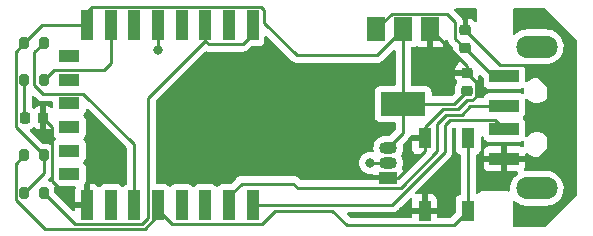
<source format=gtl>
G04 #@! TF.GenerationSoftware,KiCad,Pcbnew,6.0.1-79c1e3a40b~116~ubuntu20.04.1*
G04 #@! TF.CreationDate,2022-01-20T10:05:24+01:00*
G04 #@! TF.ProjectId,usb,7573622e-6b69-4636-9164-5f7063625858,rev?*
G04 #@! TF.SameCoordinates,Original*
G04 #@! TF.FileFunction,Copper,L1,Top*
G04 #@! TF.FilePolarity,Positive*
%FSLAX46Y46*%
G04 Gerber Fmt 4.6, Leading zero omitted, Abs format (unit mm)*
G04 Created by KiCad (PCBNEW 6.0.1-79c1e3a40b~116~ubuntu20.04.1) date 2022-01-20 10:05:24*
%MOMM*%
%LPD*%
G01*
G04 APERTURE LIST*
G04 Aperture macros list*
%AMRoundRect*
0 Rectangle with rounded corners*
0 $1 Rounding radius*
0 $2 $3 $4 $5 $6 $7 $8 $9 X,Y pos of 4 corners*
0 Add a 4 corners polygon primitive as box body*
4,1,4,$2,$3,$4,$5,$6,$7,$8,$9,$2,$3,0*
0 Add four circle primitives for the rounded corners*
1,1,$1+$1,$2,$3*
1,1,$1+$1,$4,$5*
1,1,$1+$1,$6,$7*
1,1,$1+$1,$8,$9*
0 Add four rect primitives between the rounded corners*
20,1,$1+$1,$2,$3,$4,$5,0*
20,1,$1+$1,$4,$5,$6,$7,0*
20,1,$1+$1,$6,$7,$8,$9,0*
20,1,$1+$1,$8,$9,$2,$3,0*%
G04 Aperture macros list end*
G04 #@! TA.AperFunction,SMDPad,CuDef*
%ADD10R,2.500000X1.100000*%
G04 #@! TD*
G04 #@! TA.AperFunction,ComponentPad*
%ADD11O,3.500000X1.900000*%
G04 #@! TD*
G04 #@! TA.AperFunction,SMDPad,CuDef*
%ADD12R,1.000000X2.500000*%
G04 #@! TD*
G04 #@! TA.AperFunction,SMDPad,CuDef*
%ADD13R,1.800000X1.000000*%
G04 #@! TD*
G04 #@! TA.AperFunction,SMDPad,CuDef*
%ADD14RoundRect,0.200000X0.200000X0.275000X-0.200000X0.275000X-0.200000X-0.275000X0.200000X-0.275000X0*%
G04 #@! TD*
G04 #@! TA.AperFunction,ComponentPad*
%ADD15R,1.500000X1.050000*%
G04 #@! TD*
G04 #@! TA.AperFunction,ComponentPad*
%ADD16O,1.500000X1.050000*%
G04 #@! TD*
G04 #@! TA.AperFunction,SMDPad,CuDef*
%ADD17RoundRect,0.218750X0.218750X0.256250X-0.218750X0.256250X-0.218750X-0.256250X0.218750X-0.256250X0*%
G04 #@! TD*
G04 #@! TA.AperFunction,SMDPad,CuDef*
%ADD18RoundRect,0.225000X0.250000X-0.225000X0.250000X0.225000X-0.250000X0.225000X-0.250000X-0.225000X0*%
G04 #@! TD*
G04 #@! TA.AperFunction,SMDPad,CuDef*
%ADD19R,1.500000X2.000000*%
G04 #@! TD*
G04 #@! TA.AperFunction,SMDPad,CuDef*
%ADD20R,3.800000X2.000000*%
G04 #@! TD*
G04 #@! TA.AperFunction,SMDPad,CuDef*
%ADD21R,1.100000X1.800000*%
G04 #@! TD*
G04 #@! TA.AperFunction,ViaPad*
%ADD22C,0.800000*%
G04 #@! TD*
G04 #@! TA.AperFunction,Conductor*
%ADD23C,0.250000*%
G04 #@! TD*
G04 APERTURE END LIST*
D10*
X141300000Y-75498500D03*
X141300000Y-77998500D03*
X141300000Y-79998500D03*
X141300000Y-82498500D03*
D11*
X144050000Y-84998500D03*
X144050000Y-72998500D03*
D12*
X119980000Y-71200000D03*
X117980000Y-71200000D03*
X115980000Y-71200000D03*
X113980000Y-71200000D03*
X111980000Y-71200000D03*
X109980000Y-71200000D03*
X107980000Y-71200000D03*
X105980000Y-71200000D03*
D13*
X104480000Y-73800000D03*
X104480000Y-75800000D03*
X104480000Y-77800000D03*
X104480000Y-79800000D03*
X104480000Y-81800000D03*
X104480000Y-83800000D03*
D12*
X105980000Y-86400000D03*
X107980000Y-86400000D03*
X109980000Y-86400000D03*
X111980000Y-86400000D03*
X113980000Y-86400000D03*
X115980000Y-86400000D03*
X117980000Y-86400000D03*
X119980000Y-86400000D03*
D14*
X102295000Y-85344000D03*
X100645000Y-85344000D03*
D15*
X131470000Y-84110000D03*
D16*
X131470000Y-82840000D03*
X131470000Y-81570000D03*
D17*
X102257500Y-79017000D03*
X100682500Y-79017000D03*
D18*
X137950000Y-73135000D03*
X137950000Y-71585000D03*
D14*
X102295000Y-75833500D03*
X100645000Y-75833500D03*
D19*
X135030000Y-71540000D03*
D20*
X132730000Y-77840000D03*
D19*
X132730000Y-71540000D03*
X130430000Y-71540000D03*
D14*
X102295000Y-72690000D03*
X100645000Y-72690000D03*
D18*
X138120000Y-76775000D03*
X138120000Y-75225000D03*
D21*
X138250000Y-86910000D03*
X138250000Y-80710000D03*
X134550000Y-80710000D03*
X134550000Y-86910000D03*
D14*
X102295000Y-82200500D03*
X100645000Y-82200500D03*
D22*
X140360000Y-84240000D03*
X106620000Y-84010000D03*
X134950000Y-75220000D03*
X132700000Y-86910000D03*
X129900000Y-82840000D03*
X111980000Y-73300000D03*
D23*
X131754511Y-70215489D02*
X130430000Y-71540000D01*
X141920000Y-75440000D02*
X140255000Y-75440000D01*
X137150480Y-72335480D02*
X137150480Y-70910480D01*
X137950000Y-73135000D02*
X140313500Y-75498500D01*
X136455489Y-70215489D02*
X131754511Y-70215489D01*
X137150480Y-70910480D02*
X136455489Y-70215489D01*
X140313500Y-75498500D02*
X141300000Y-75498500D01*
X140255000Y-75440000D02*
X141300000Y-75440000D01*
X137950000Y-73135000D02*
X137150480Y-72335480D01*
X134550000Y-79826000D02*
X134550000Y-80710000D01*
X105980000Y-84650000D02*
X106620000Y-84010000D01*
X137402382Y-78289520D02*
X136086480Y-78289520D01*
X103019520Y-79779020D02*
X103019520Y-84388542D01*
X138919520Y-77227618D02*
X138597618Y-77549520D01*
X140938020Y-74573020D02*
X143231991Y-74573020D01*
X136086480Y-78289520D02*
X134550000Y-79826000D01*
X144974521Y-76315550D02*
X144974521Y-81685479D01*
X138120000Y-75225000D02*
X134955000Y-75225000D01*
X134550000Y-81860000D02*
X132300000Y-84110000D01*
X144974521Y-81685479D02*
X144190000Y-82470000D01*
X134955000Y-75225000D02*
X134950000Y-75220000D01*
X102257500Y-79017000D02*
X103019520Y-79779020D01*
X138120000Y-75225000D02*
X138919520Y-76024520D01*
X144190000Y-82470000D02*
X143910000Y-82470000D01*
X143881500Y-82498500D02*
X141300000Y-82498500D01*
X134550000Y-86910000D02*
X132700000Y-86910000D01*
X137950000Y-71585000D02*
X140938020Y-74573020D01*
X135030000Y-71540000D02*
X138120000Y-74630000D01*
X138120000Y-74630000D02*
X138120000Y-75225000D01*
X143910000Y-82470000D02*
X143881500Y-82498500D01*
X138597618Y-77549520D02*
X138142382Y-77549520D01*
X105980000Y-86400000D02*
X105980000Y-84650000D01*
X134550000Y-80710000D02*
X134550000Y-81860000D01*
X103019520Y-84388542D02*
X105030978Y-86400000D01*
X138142382Y-77549520D02*
X137402382Y-78289520D01*
X132300000Y-84110000D02*
X131470000Y-84110000D01*
X143231991Y-74573020D02*
X144974521Y-76315550D01*
X138919520Y-76024520D02*
X138919520Y-77227618D01*
X105030978Y-86400000D02*
X105980000Y-86400000D01*
X137055000Y-77840000D02*
X132730000Y-77840000D01*
X102135000Y-71200000D02*
X105980000Y-71200000D01*
X105980000Y-70042000D02*
X106396511Y-69625489D01*
X100645000Y-72690000D02*
X99920480Y-73414520D01*
X105980000Y-71200000D02*
X105980000Y-70042000D01*
X99920480Y-79825980D02*
X102295000Y-82200500D01*
X102295000Y-83694000D02*
X100645000Y-85344000D01*
X106396511Y-69625489D02*
X120705489Y-69625489D01*
X120705489Y-69625489D02*
X120970000Y-69890000D01*
X132730000Y-77840000D02*
X132730000Y-71540000D01*
X120970000Y-70960000D02*
X123733859Y-73723859D01*
X138120000Y-76775000D02*
X137055000Y-77840000D01*
X132730000Y-77840000D02*
X132730000Y-80310000D01*
X102295000Y-82200500D02*
X102295000Y-83694000D01*
X132730000Y-80310000D02*
X131470000Y-81570000D01*
X123733859Y-73723859D02*
X130546141Y-73723859D01*
X100645000Y-72690000D02*
X102135000Y-71200000D01*
X120970000Y-69890000D02*
X120970000Y-70960000D01*
X130546141Y-73723859D02*
X132730000Y-71540000D01*
X99920480Y-73414520D02*
X99920480Y-79825980D01*
X100645000Y-75833500D02*
X100645000Y-78979500D01*
X100645000Y-78979500D02*
X100682500Y-79017000D01*
X135636000Y-81868022D02*
X135636000Y-79502000D01*
X136398000Y-78740000D02*
X137689040Y-78740000D01*
X138430000Y-77999040D02*
X141299460Y-77999040D01*
X117980000Y-86400000D02*
X117980000Y-85650000D01*
X123819511Y-84959511D02*
X132544511Y-84959511D01*
X132544511Y-84959511D02*
X135636000Y-81868022D01*
X137689040Y-78740000D02*
X138430000Y-77999040D01*
X117980000Y-85650000D02*
X119048000Y-84582000D01*
X123442000Y-84582000D02*
X123819511Y-84959511D01*
X135636000Y-79502000D02*
X136398000Y-78740000D01*
X119048000Y-84582000D02*
X123442000Y-84582000D01*
X141299460Y-77999040D02*
X141300000Y-77998500D01*
X136251489Y-79648511D02*
X136710480Y-79189520D01*
X119980000Y-86400000D02*
X131786000Y-86400000D01*
X136710480Y-79189520D02*
X140491020Y-79189520D01*
X140491020Y-79189520D02*
X141300000Y-79998500D01*
X131786000Y-86400000D02*
X136251489Y-81934511D01*
X136251489Y-81934511D02*
X136251489Y-79648511D01*
X111155489Y-77312511D02*
X115980000Y-72488000D01*
X115980000Y-72488000D02*
X115980000Y-71200000D01*
X110653489Y-87974511D02*
X111155489Y-87472511D01*
X119980000Y-71950000D02*
X119155489Y-72774511D01*
X119980000Y-71200000D02*
X119980000Y-71950000D01*
X111155489Y-87472511D02*
X111155489Y-77312511D01*
X102295000Y-85344000D02*
X104925511Y-87974511D01*
X104925511Y-87974511D02*
X110653489Y-87974511D01*
X116266511Y-72774511D02*
X115980000Y-72488000D01*
X119155489Y-72774511D02*
X116266511Y-72774511D01*
X99920480Y-85950480D02*
X102394031Y-88424031D01*
X111980000Y-86834000D02*
X111980000Y-86400000D01*
X111980000Y-87283718D02*
X111980000Y-86400000D01*
X138250000Y-86910000D02*
X137025489Y-88134511D01*
X120804511Y-87974511D02*
X113120511Y-87974511D01*
X137025489Y-88134511D02*
X128012511Y-88134511D01*
X126746000Y-86868000D02*
X121911022Y-86868000D01*
X100645000Y-82200500D02*
X99920480Y-82925020D01*
X128012511Y-88134511D02*
X126746000Y-86868000D01*
X138250000Y-86910000D02*
X138250000Y-80710000D01*
X121911022Y-86868000D02*
X120804511Y-87974511D01*
X99920480Y-82925020D02*
X99920480Y-85950480D01*
X110839687Y-88424031D02*
X111980000Y-87283718D01*
X102394031Y-88424031D02*
X110839687Y-88424031D01*
X113120511Y-87974511D02*
X111980000Y-86834000D01*
X107442000Y-74930000D02*
X107980000Y-74392000D01*
X103198500Y-74930000D02*
X107442000Y-74930000D01*
X107980000Y-74392000D02*
X107980000Y-71200000D01*
X102295000Y-75833500D02*
X103198500Y-74930000D01*
X131470000Y-82840000D02*
X129900000Y-82840000D01*
X111980000Y-71200000D02*
X111980000Y-73300000D01*
X109980000Y-81278000D02*
X109980000Y-86400000D01*
X102295000Y-72690000D02*
X101495480Y-73489520D01*
X101495480Y-73489520D02*
X101495480Y-76250763D01*
X101495480Y-76250763D02*
X102206717Y-76962000D01*
X105664000Y-76962000D02*
X109980000Y-81278000D01*
X102206717Y-76962000D02*
X105664000Y-76962000D01*
G04 #@! TA.AperFunction,Conductor*
G36*
X144805511Y-69778002D02*
G01*
X144826485Y-69794905D01*
X147455095Y-72423516D01*
X147489121Y-72485828D01*
X147492000Y-72512611D01*
X147492000Y-85487389D01*
X147471998Y-85555510D01*
X147455095Y-85576484D01*
X144826485Y-88205095D01*
X144764173Y-88239121D01*
X144737390Y-88242000D01*
X142134000Y-88242000D01*
X142065879Y-88221998D01*
X142019386Y-88168342D01*
X142008000Y-88116000D01*
X142008000Y-86123797D01*
X142028002Y-86055676D01*
X142081658Y-86009183D01*
X142151932Y-85999079D01*
X142221050Y-86032703D01*
X142328990Y-86135852D01*
X142333262Y-86138766D01*
X142333263Y-86138767D01*
X142467298Y-86230200D01*
X142527117Y-86271005D01*
X142744656Y-86371984D01*
X142975768Y-86436076D01*
X143079479Y-86447160D01*
X143168222Y-86456644D01*
X143168230Y-86456644D01*
X143171557Y-86457000D01*
X144910803Y-86457000D01*
X144913376Y-86456788D01*
X144913387Y-86456788D01*
X145083876Y-86442771D01*
X145083882Y-86442770D01*
X145089027Y-86442347D01*
X145205332Y-86413133D01*
X145316625Y-86385179D01*
X145316629Y-86385178D01*
X145321636Y-86383920D01*
X145326366Y-86381864D01*
X145326373Y-86381861D01*
X145536841Y-86290347D01*
X145536844Y-86290345D01*
X145541578Y-86288287D01*
X145545912Y-86285483D01*
X145545916Y-86285481D01*
X145738604Y-86160825D01*
X145738607Y-86160823D01*
X145742947Y-86158015D01*
X145752334Y-86149474D01*
X145916513Y-86000082D01*
X145916514Y-86000080D01*
X145920335Y-85996604D01*
X145923534Y-85992553D01*
X145923538Y-85992549D01*
X146065774Y-85812446D01*
X146068979Y-85808388D01*
X146184887Y-85598422D01*
X146246424Y-85424648D01*
X146263219Y-85377220D01*
X146263220Y-85377216D01*
X146264945Y-85372345D01*
X146266095Y-85365888D01*
X146306098Y-85141316D01*
X146306099Y-85141310D01*
X146307004Y-85136227D01*
X146309333Y-84945592D01*
X146309871Y-84901581D01*
X146309871Y-84901579D01*
X146309934Y-84896411D01*
X146273657Y-84659337D01*
X146199146Y-84431371D01*
X146088403Y-84218636D01*
X146067961Y-84191409D01*
X145947507Y-84030980D01*
X145947505Y-84030977D01*
X145944402Y-84026845D01*
X145783936Y-83873500D01*
X145774747Y-83864719D01*
X145774746Y-83864718D01*
X145771010Y-83861148D01*
X145763464Y-83856000D01*
X145577162Y-83728914D01*
X145577163Y-83728914D01*
X145572883Y-83725995D01*
X145368490Y-83631118D01*
X145360030Y-83627191D01*
X145360028Y-83627190D01*
X145355344Y-83625016D01*
X145124232Y-83560924D01*
X145019254Y-83549705D01*
X144931778Y-83540356D01*
X144931770Y-83540356D01*
X144928443Y-83540000D01*
X143189197Y-83540000D01*
X143186624Y-83540212D01*
X143186613Y-83540212D01*
X143071149Y-83549705D01*
X143001618Y-83535352D01*
X142950885Y-83485686D01*
X142935058Y-83416476D01*
X142959999Y-83348563D01*
X142994788Y-83302144D01*
X143003324Y-83286554D01*
X143048478Y-83166106D01*
X143052105Y-83150851D01*
X143057631Y-83099986D01*
X143058000Y-83093172D01*
X143058000Y-82770615D01*
X143053525Y-82755376D01*
X143052135Y-82754171D01*
X143044452Y-82752500D01*
X141572115Y-82752500D01*
X141556876Y-82756975D01*
X141555671Y-82758365D01*
X141554000Y-82766048D01*
X141554000Y-83538384D01*
X141558475Y-83553623D01*
X141559865Y-83554828D01*
X141567548Y-83556499D01*
X142366974Y-83556499D01*
X142435095Y-83576501D01*
X142481588Y-83630157D01*
X142491692Y-83700431D01*
X142462198Y-83765011D01*
X142435415Y-83788290D01*
X142417095Y-83800142D01*
X142361396Y-83836175D01*
X142361393Y-83836177D01*
X142357053Y-83838985D01*
X142353230Y-83842464D01*
X142353227Y-83842466D01*
X142184516Y-83995982D01*
X142179665Y-84000396D01*
X142176466Y-84004447D01*
X142176462Y-84004451D01*
X142074553Y-84133491D01*
X142031021Y-84188612D01*
X141915113Y-84398578D01*
X141901759Y-84436289D01*
X141842159Y-84604595D01*
X141835055Y-84624655D01*
X141834148Y-84629748D01*
X141834147Y-84629751D01*
X141796197Y-84842803D01*
X141792996Y-84860773D01*
X141790066Y-85100589D01*
X141790849Y-85105703D01*
X141792330Y-85115384D01*
X141782862Y-85185746D01*
X141736857Y-85239820D01*
X141668920Y-85260438D01*
X141648398Y-85258943D01*
X141620873Y-85254658D01*
X141604151Y-85250874D01*
X141584464Y-85244986D01*
X141584461Y-85244985D01*
X141575859Y-85242413D01*
X141566884Y-85242358D01*
X141566883Y-85242358D01*
X141560190Y-85242317D01*
X141541444Y-85242203D01*
X141540672Y-85242170D01*
X141539577Y-85242000D01*
X141508702Y-85242000D01*
X141507932Y-85241998D01*
X141434284Y-85241548D01*
X141434283Y-85241548D01*
X141430348Y-85241524D01*
X141429004Y-85241908D01*
X141427659Y-85242000D01*
X139508702Y-85242000D01*
X139507932Y-85241998D01*
X139507078Y-85241993D01*
X139430348Y-85241524D01*
X139421719Y-85243990D01*
X139421714Y-85243991D01*
X139401952Y-85249639D01*
X139385191Y-85253217D01*
X139364848Y-85256130D01*
X139364838Y-85256133D01*
X139355955Y-85257405D01*
X139332605Y-85268021D01*
X139315093Y-85274464D01*
X139302200Y-85278149D01*
X139290435Y-85281512D01*
X139265452Y-85297274D01*
X139250386Y-85305404D01*
X139223490Y-85317633D01*
X139204061Y-85334374D01*
X139189053Y-85345479D01*
X139167369Y-85359160D01*
X139149781Y-85379075D01*
X139147819Y-85381296D01*
X139135627Y-85393340D01*
X139113253Y-85412619D01*
X139108371Y-85420151D01*
X139104448Y-85424648D01*
X139044594Y-85462831D01*
X138973598Y-85462594D01*
X138914000Y-85424010D01*
X138884723Y-85359331D01*
X138883500Y-85341817D01*
X138883500Y-83093169D01*
X139542001Y-83093169D01*
X139542371Y-83099990D01*
X139547895Y-83150852D01*
X139551521Y-83166104D01*
X139596676Y-83286554D01*
X139605214Y-83302149D01*
X139681715Y-83404224D01*
X139694276Y-83416785D01*
X139796351Y-83493286D01*
X139811946Y-83501824D01*
X139932394Y-83546978D01*
X139947649Y-83550605D01*
X139998514Y-83556131D01*
X140005328Y-83556500D01*
X141027885Y-83556500D01*
X141043124Y-83552025D01*
X141044329Y-83550635D01*
X141046000Y-83542952D01*
X141046000Y-82770615D01*
X141041525Y-82755376D01*
X141040135Y-82754171D01*
X141032452Y-82752500D01*
X139560116Y-82752500D01*
X139544877Y-82756975D01*
X139543672Y-82758365D01*
X139542001Y-82766048D01*
X139542001Y-83093169D01*
X138883500Y-83093169D01*
X138883500Y-82226385D01*
X139542000Y-82226385D01*
X139546475Y-82241624D01*
X139547865Y-82242829D01*
X139555548Y-82244500D01*
X141027885Y-82244500D01*
X141043124Y-82240025D01*
X141044329Y-82238635D01*
X141046000Y-82230952D01*
X141046000Y-81458616D01*
X141041525Y-81443377D01*
X141040135Y-81442172D01*
X141032452Y-81440501D01*
X140005331Y-81440501D01*
X139998510Y-81440871D01*
X139947648Y-81446395D01*
X139932396Y-81450021D01*
X139811946Y-81495176D01*
X139796351Y-81503714D01*
X139694276Y-81580215D01*
X139681715Y-81592776D01*
X139605214Y-81694851D01*
X139596676Y-81710446D01*
X139551522Y-81830894D01*
X139547895Y-81846149D01*
X139542369Y-81897014D01*
X139542000Y-81903828D01*
X139542000Y-82226385D01*
X138883500Y-82226385D01*
X138883500Y-82209126D01*
X138903502Y-82141005D01*
X138957158Y-82094512D01*
X138965270Y-82091144D01*
X139038297Y-82063767D01*
X139046705Y-82060615D01*
X139163261Y-81973261D01*
X139250615Y-81856705D01*
X139301745Y-81720316D01*
X139308500Y-81658134D01*
X139308500Y-80714321D01*
X139328502Y-80646200D01*
X139382158Y-80599707D01*
X139452432Y-80589603D01*
X139517012Y-80619097D01*
X139552482Y-80670092D01*
X139591117Y-80773149D01*
X139599385Y-80795205D01*
X139686739Y-80911761D01*
X139803295Y-80999115D01*
X139939684Y-81050245D01*
X140001866Y-81057000D01*
X142598134Y-81057000D01*
X142660316Y-81050245D01*
X142796705Y-80999115D01*
X142804876Y-80992991D01*
X142806019Y-80992564D01*
X142811760Y-80989421D01*
X142812214Y-80990250D01*
X142871379Y-80968142D01*
X142940762Y-80983193D01*
X142990994Y-81033365D01*
X143005752Y-81106986D01*
X142987677Y-81278963D01*
X142986404Y-81291075D01*
X142993518Y-81369237D01*
X142994922Y-81384666D01*
X142981177Y-81454319D01*
X142931956Y-81505484D01*
X142862887Y-81521915D01*
X142808932Y-81506606D01*
X142788058Y-81495177D01*
X142667606Y-81450022D01*
X142652351Y-81446395D01*
X142601486Y-81440869D01*
X142594672Y-81440500D01*
X141572115Y-81440500D01*
X141556876Y-81444975D01*
X141555671Y-81446365D01*
X141554000Y-81454048D01*
X141554000Y-82226385D01*
X141558475Y-82241624D01*
X141559865Y-82242829D01*
X141567548Y-82244500D01*
X143039884Y-82244500D01*
X143055123Y-82240025D01*
X143056328Y-82238635D01*
X143057999Y-82230952D01*
X143057999Y-82111834D01*
X143078001Y-82043713D01*
X143131657Y-81997220D01*
X143201931Y-81987116D01*
X143266511Y-82016610D01*
X143282197Y-82032884D01*
X143290071Y-82042677D01*
X143294788Y-82046635D01*
X143294790Y-82046637D01*
X143372383Y-82111745D01*
X143449089Y-82176109D01*
X143454481Y-82179073D01*
X143454485Y-82179076D01*
X143622340Y-82271355D01*
X143630995Y-82276113D01*
X143828861Y-82338879D01*
X143834978Y-82339565D01*
X143834982Y-82339566D01*
X143911371Y-82348134D01*
X143990413Y-82357000D01*
X144102237Y-82357000D01*
X144105293Y-82356700D01*
X144105300Y-82356700D01*
X144250466Y-82342466D01*
X144250469Y-82342465D01*
X144256592Y-82341865D01*
X144421501Y-82292077D01*
X144449407Y-82283652D01*
X144449410Y-82283651D01*
X144455315Y-82281868D01*
X144462635Y-82277976D01*
X144633153Y-82187309D01*
X144633155Y-82187308D01*
X144638599Y-82184413D01*
X144748829Y-82094512D01*
X144794689Y-82057110D01*
X144794692Y-82057107D01*
X144799464Y-82053215D01*
X144812156Y-82037874D01*
X144927855Y-81898018D01*
X144931783Y-81893270D01*
X144934714Y-81887850D01*
X145027584Y-81716090D01*
X145027586Y-81716085D01*
X145030514Y-81710670D01*
X145091898Y-81512371D01*
X145092808Y-81503714D01*
X145112952Y-81312054D01*
X145112952Y-81312052D01*
X145113596Y-81305925D01*
X145102344Y-81182285D01*
X145095341Y-81105336D01*
X145095340Y-81105333D01*
X145094782Y-81099197D01*
X145090495Y-81084629D01*
X145037912Y-80905969D01*
X145036173Y-80900060D01*
X144940001Y-80716100D01*
X144934285Y-80708990D01*
X144893943Y-80658816D01*
X144809929Y-80554323D01*
X144800851Y-80546705D01*
X144655629Y-80424850D01*
X144650911Y-80420891D01*
X144645519Y-80417927D01*
X144645515Y-80417924D01*
X144474402Y-80323854D01*
X144469005Y-80320887D01*
X144271139Y-80258121D01*
X144265022Y-80257435D01*
X144265018Y-80257434D01*
X144188402Y-80248841D01*
X144109587Y-80240000D01*
X143997763Y-80240000D01*
X143994707Y-80240300D01*
X143994700Y-80240300D01*
X143849534Y-80254534D01*
X143849531Y-80254535D01*
X143843408Y-80255135D01*
X143711454Y-80294974D01*
X143650593Y-80313348D01*
X143650590Y-80313349D01*
X143644685Y-80315132D01*
X143639240Y-80318027D01*
X143639238Y-80318028D01*
X143466847Y-80409691D01*
X143466845Y-80409692D01*
X143461401Y-80412587D01*
X143417804Y-80448144D01*
X143305311Y-80539890D01*
X143305308Y-80539893D01*
X143300536Y-80543785D01*
X143296608Y-80548533D01*
X143281585Y-80566693D01*
X143222751Y-80606432D01*
X143151773Y-80608054D01*
X143091185Y-80571044D01*
X143060225Y-80507154D01*
X143058500Y-80486378D01*
X143058500Y-79400366D01*
X143051745Y-79338184D01*
X143000615Y-79201795D01*
X142913261Y-79085239D01*
X142912026Y-79084313D01*
X142879792Y-79025283D01*
X142884857Y-78954468D01*
X142911414Y-78913145D01*
X142913261Y-78911761D01*
X143000615Y-78795205D01*
X143051745Y-78658816D01*
X143058500Y-78596634D01*
X143058500Y-77512458D01*
X143078502Y-77444337D01*
X143132158Y-77397844D01*
X143202432Y-77387740D01*
X143267012Y-77417234D01*
X143282695Y-77433504D01*
X143286208Y-77437874D01*
X143286215Y-77437881D01*
X143290071Y-77442677D01*
X143294788Y-77446635D01*
X143294790Y-77446637D01*
X143393154Y-77529174D01*
X143449089Y-77576109D01*
X143454481Y-77579073D01*
X143454485Y-77579076D01*
X143520744Y-77615502D01*
X143630995Y-77676113D01*
X143828861Y-77738879D01*
X143834978Y-77739565D01*
X143834982Y-77739566D01*
X143911598Y-77748159D01*
X143990413Y-77757000D01*
X144102237Y-77757000D01*
X144105293Y-77756700D01*
X144105300Y-77756700D01*
X144250466Y-77742466D01*
X144250469Y-77742465D01*
X144256592Y-77741865D01*
X144388546Y-77702026D01*
X144449407Y-77683652D01*
X144449410Y-77683651D01*
X144455315Y-77681868D01*
X144462635Y-77677976D01*
X144633153Y-77587309D01*
X144633155Y-77587308D01*
X144638599Y-77584413D01*
X144743082Y-77499199D01*
X144794689Y-77457110D01*
X144794692Y-77457107D01*
X144799464Y-77453215D01*
X144806877Y-77444255D01*
X144897272Y-77334986D01*
X144931783Y-77293270D01*
X144934714Y-77287850D01*
X145027584Y-77116090D01*
X145027586Y-77116085D01*
X145030514Y-77110670D01*
X145091898Y-76912371D01*
X145102615Y-76810405D01*
X145112952Y-76712054D01*
X145112952Y-76712052D01*
X145113596Y-76705925D01*
X145099859Y-76554982D01*
X145095341Y-76505336D01*
X145095340Y-76505333D01*
X145094782Y-76499197D01*
X145091684Y-76488669D01*
X145037912Y-76305969D01*
X145036173Y-76300060D01*
X144940001Y-76116100D01*
X144809929Y-75954323D01*
X144797371Y-75943785D01*
X144655629Y-75824850D01*
X144650911Y-75820891D01*
X144645519Y-75817927D01*
X144645515Y-75817924D01*
X144474402Y-75723854D01*
X144469005Y-75720887D01*
X144271139Y-75658121D01*
X144265022Y-75657435D01*
X144265018Y-75657434D01*
X144179232Y-75647812D01*
X144109587Y-75640000D01*
X143997763Y-75640000D01*
X143994707Y-75640300D01*
X143994700Y-75640300D01*
X143849534Y-75654534D01*
X143849531Y-75654535D01*
X143843408Y-75655135D01*
X143729584Y-75689500D01*
X143650593Y-75713348D01*
X143650590Y-75713349D01*
X143644685Y-75715132D01*
X143639240Y-75718027D01*
X143639238Y-75718028D01*
X143466847Y-75809691D01*
X143466845Y-75809692D01*
X143461401Y-75812587D01*
X143401529Y-75861417D01*
X143305311Y-75939890D01*
X143305308Y-75939893D01*
X143300536Y-75943785D01*
X143296608Y-75948533D01*
X143281585Y-75966693D01*
X143222751Y-76006432D01*
X143151773Y-76008054D01*
X143091185Y-75971044D01*
X143060225Y-75907154D01*
X143058500Y-75886378D01*
X143058500Y-74900366D01*
X143051745Y-74838184D01*
X143000615Y-74701795D01*
X142959875Y-74647436D01*
X142935027Y-74580930D01*
X142950080Y-74511547D01*
X143000254Y-74461317D01*
X143074090Y-74446584D01*
X143168222Y-74456644D01*
X143168230Y-74456644D01*
X143171557Y-74457000D01*
X144910803Y-74457000D01*
X144913376Y-74456788D01*
X144913387Y-74456788D01*
X145083876Y-74442771D01*
X145083882Y-74442770D01*
X145089027Y-74442347D01*
X145245866Y-74402952D01*
X145316625Y-74385179D01*
X145316629Y-74385178D01*
X145321636Y-74383920D01*
X145326366Y-74381864D01*
X145326373Y-74381861D01*
X145536841Y-74290347D01*
X145536844Y-74290345D01*
X145541578Y-74288287D01*
X145545912Y-74285483D01*
X145545916Y-74285481D01*
X145738604Y-74160825D01*
X145738607Y-74160823D01*
X145742947Y-74158015D01*
X145751002Y-74150686D01*
X145916513Y-74000082D01*
X145916514Y-74000080D01*
X145920335Y-73996604D01*
X145923534Y-73992553D01*
X145923538Y-73992549D01*
X146065774Y-73812446D01*
X146068979Y-73808388D01*
X146184887Y-73598422D01*
X146251535Y-73410213D01*
X146263219Y-73377220D01*
X146263220Y-73377216D01*
X146264945Y-73372345D01*
X146267050Y-73360529D01*
X146306098Y-73141316D01*
X146306099Y-73141310D01*
X146307004Y-73136227D01*
X146308247Y-73034452D01*
X146309871Y-72901581D01*
X146309871Y-72901579D01*
X146309934Y-72896411D01*
X146273657Y-72659337D01*
X146199146Y-72431371D01*
X146115413Y-72270522D01*
X146090792Y-72223225D01*
X146090791Y-72223224D01*
X146088403Y-72218636D01*
X146082237Y-72210423D01*
X145947507Y-72030980D01*
X145947505Y-72030977D01*
X145944402Y-72026845D01*
X145819157Y-71907158D01*
X145774747Y-71864719D01*
X145774746Y-71864718D01*
X145771010Y-71861148D01*
X145759802Y-71853502D01*
X145577162Y-71728914D01*
X145577163Y-71728914D01*
X145572883Y-71725995D01*
X145355344Y-71625016D01*
X145178809Y-71576059D01*
X145129205Y-71562303D01*
X145129204Y-71562303D01*
X145124232Y-71560924D01*
X145020521Y-71549840D01*
X144931778Y-71540356D01*
X144931770Y-71540356D01*
X144928443Y-71540000D01*
X143189197Y-71540000D01*
X143186624Y-71540212D01*
X143186613Y-71540212D01*
X143016124Y-71554229D01*
X143016118Y-71554230D01*
X143010973Y-71554653D01*
X142894668Y-71583867D01*
X142783375Y-71611821D01*
X142783371Y-71611822D01*
X142778364Y-71613080D01*
X142773634Y-71615136D01*
X142773627Y-71615139D01*
X142563159Y-71706653D01*
X142563156Y-71706655D01*
X142558422Y-71708713D01*
X142554088Y-71711517D01*
X142554084Y-71711519D01*
X142361396Y-71836175D01*
X142361393Y-71836177D01*
X142357053Y-71838985D01*
X142353230Y-71842464D01*
X142353227Y-71842466D01*
X142218800Y-71964786D01*
X142154954Y-71995838D01*
X142084455Y-71987443D01*
X142029687Y-71942267D01*
X142008000Y-71871593D01*
X142008000Y-69884000D01*
X142028002Y-69815879D01*
X142081658Y-69769386D01*
X142134000Y-69758000D01*
X144737390Y-69758000D01*
X144805511Y-69778002D01*
G37*
G04 #@! TD.AperFunction*
G04 #@! TA.AperFunction,Conductor*
G36*
X137133621Y-79843022D02*
G01*
X137180114Y-79896678D01*
X137191500Y-79949020D01*
X137191500Y-81658134D01*
X137198255Y-81720316D01*
X137249385Y-81856705D01*
X137336739Y-81973261D01*
X137453295Y-82060615D01*
X137461703Y-82063767D01*
X137534730Y-82091144D01*
X137591494Y-82133786D01*
X137616194Y-82200348D01*
X137616500Y-82209126D01*
X137616500Y-85410874D01*
X137596498Y-85478995D01*
X137542842Y-85525488D01*
X137534730Y-85528856D01*
X137506127Y-85539579D01*
X137453295Y-85559385D01*
X137336739Y-85646739D01*
X137249385Y-85763295D01*
X137198255Y-85899684D01*
X137191500Y-85961866D01*
X137191500Y-87020405D01*
X137171498Y-87088526D01*
X137154595Y-87109500D01*
X136799989Y-87464106D01*
X136737677Y-87498132D01*
X136710894Y-87501011D01*
X135734000Y-87501011D01*
X135665879Y-87481009D01*
X135619386Y-87427353D01*
X135608000Y-87375011D01*
X135608000Y-87182115D01*
X135603525Y-87166876D01*
X135602135Y-87165671D01*
X135594452Y-87164000D01*
X133510116Y-87164000D01*
X133494877Y-87168475D01*
X133493672Y-87169865D01*
X133492001Y-87177548D01*
X133492001Y-87375011D01*
X133471999Y-87443132D01*
X133418343Y-87489625D01*
X133366001Y-87501011D01*
X128327106Y-87501011D01*
X128258985Y-87481009D01*
X128238010Y-87464106D01*
X128022500Y-87248595D01*
X127988475Y-87186283D01*
X127993540Y-87115467D01*
X128036087Y-87058632D01*
X128102608Y-87033821D01*
X128111596Y-87033500D01*
X131707233Y-87033500D01*
X131718416Y-87034027D01*
X131725909Y-87035702D01*
X131733835Y-87035453D01*
X131733836Y-87035453D01*
X131793986Y-87033562D01*
X131797945Y-87033500D01*
X131825856Y-87033500D01*
X131829791Y-87033003D01*
X131829856Y-87032995D01*
X131841693Y-87032062D01*
X131873951Y-87031048D01*
X131877970Y-87030922D01*
X131885889Y-87030673D01*
X131905343Y-87025021D01*
X131924700Y-87021013D01*
X131936930Y-87019468D01*
X131936931Y-87019468D01*
X131944797Y-87018474D01*
X131952168Y-87015555D01*
X131952170Y-87015555D01*
X131985912Y-87002196D01*
X131997142Y-86998351D01*
X132031983Y-86988229D01*
X132031984Y-86988229D01*
X132039593Y-86986018D01*
X132046412Y-86981985D01*
X132046417Y-86981983D01*
X132057028Y-86975707D01*
X132074776Y-86967012D01*
X132093617Y-86959552D01*
X132129387Y-86933564D01*
X132139307Y-86927048D01*
X132170535Y-86908580D01*
X132170538Y-86908578D01*
X132177362Y-86904542D01*
X132191683Y-86890221D01*
X132206717Y-86877380D01*
X132216694Y-86870131D01*
X132223107Y-86865472D01*
X132251298Y-86831395D01*
X132259288Y-86822616D01*
X133284338Y-85797566D01*
X133346650Y-85763540D01*
X133417465Y-85768605D01*
X133474301Y-85811152D01*
X133499112Y-85877672D01*
X133498696Y-85900268D01*
X133492369Y-85958512D01*
X133492000Y-85965328D01*
X133492000Y-86637885D01*
X133496475Y-86653124D01*
X133497865Y-86654329D01*
X133505548Y-86656000D01*
X134277885Y-86656000D01*
X134293124Y-86651525D01*
X134294329Y-86650135D01*
X134296000Y-86642452D01*
X134296000Y-86637885D01*
X134804000Y-86637885D01*
X134808475Y-86653124D01*
X134809865Y-86654329D01*
X134817548Y-86656000D01*
X135589884Y-86656000D01*
X135605123Y-86651525D01*
X135606328Y-86650135D01*
X135607999Y-86642452D01*
X135607999Y-85965331D01*
X135607629Y-85958510D01*
X135602105Y-85907648D01*
X135598479Y-85892396D01*
X135553324Y-85771946D01*
X135544786Y-85756351D01*
X135468285Y-85654276D01*
X135455724Y-85641715D01*
X135353649Y-85565214D01*
X135338054Y-85556676D01*
X135217606Y-85511522D01*
X135202351Y-85507895D01*
X135151486Y-85502369D01*
X135144672Y-85502000D01*
X134822115Y-85502000D01*
X134806876Y-85506475D01*
X134805671Y-85507865D01*
X134804000Y-85515548D01*
X134804000Y-86637885D01*
X134296000Y-86637885D01*
X134296000Y-85520116D01*
X134291525Y-85504877D01*
X134290135Y-85503672D01*
X134282452Y-85502001D01*
X133955331Y-85502001D01*
X133948512Y-85502370D01*
X133890267Y-85508697D01*
X133820385Y-85496168D01*
X133768370Y-85447847D01*
X133750736Y-85379075D01*
X133773083Y-85311687D01*
X133787566Y-85294339D01*
X136643742Y-82438163D01*
X136652028Y-82430623D01*
X136658507Y-82426511D01*
X136705133Y-82376859D01*
X136707887Y-82374018D01*
X136727624Y-82354281D01*
X136730104Y-82351084D01*
X136737809Y-82342062D01*
X136737994Y-82341865D01*
X136768075Y-82309832D01*
X136771894Y-82302886D01*
X136771896Y-82302883D01*
X136777837Y-82292077D01*
X136788688Y-82275558D01*
X136796247Y-82265812D01*
X136801103Y-82259552D01*
X136804248Y-82252283D01*
X136804251Y-82252279D01*
X136818663Y-82218974D01*
X136823880Y-82208324D01*
X136845184Y-82169571D01*
X136850222Y-82149948D01*
X136856626Y-82131245D01*
X136861522Y-82119931D01*
X136861522Y-82119930D01*
X136864670Y-82112656D01*
X136865909Y-82104833D01*
X136865912Y-82104823D01*
X136871588Y-82068987D01*
X136873994Y-82057367D01*
X136883017Y-82022222D01*
X136883017Y-82022221D01*
X136884989Y-82014541D01*
X136884989Y-81994287D01*
X136886540Y-81974576D01*
X136886649Y-81973891D01*
X136889709Y-81954568D01*
X136885548Y-81910549D01*
X136884989Y-81898692D01*
X136884989Y-79963105D01*
X136904991Y-79894984D01*
X136921894Y-79874010D01*
X136935979Y-79859925D01*
X136998291Y-79825899D01*
X137025074Y-79823020D01*
X137065500Y-79823020D01*
X137133621Y-79843022D01*
G37*
G04 #@! TD.AperFunction*
G04 #@! TA.AperFunction,Conductor*
G36*
X106100495Y-78294399D02*
G01*
X107717010Y-79910915D01*
X109309595Y-81503500D01*
X109343621Y-81565812D01*
X109346500Y-81592595D01*
X109346500Y-84569618D01*
X109326498Y-84637739D01*
X109272842Y-84684232D01*
X109264731Y-84687599D01*
X109241707Y-84696231D01*
X109241704Y-84696232D01*
X109233295Y-84699385D01*
X109116739Y-84786739D01*
X109080824Y-84834660D01*
X109023967Y-84877173D01*
X108953149Y-84882199D01*
X108890855Y-84848139D01*
X108879183Y-84834670D01*
X108843261Y-84786739D01*
X108726705Y-84699385D01*
X108590316Y-84648255D01*
X108528134Y-84641500D01*
X107431866Y-84641500D01*
X107369684Y-84648255D01*
X107233295Y-84699385D01*
X107116739Y-84786739D01*
X107111358Y-84793919D01*
X107080514Y-84835074D01*
X107023655Y-84877589D01*
X106952836Y-84882615D01*
X106890543Y-84848555D01*
X106878862Y-84835075D01*
X106848283Y-84794274D01*
X106835724Y-84781715D01*
X106733649Y-84705214D01*
X106718054Y-84696676D01*
X106597606Y-84651522D01*
X106582351Y-84647895D01*
X106531486Y-84642369D01*
X106524672Y-84642000D01*
X106252115Y-84642000D01*
X106236876Y-84646475D01*
X106235671Y-84647865D01*
X106234000Y-84655548D01*
X106234000Y-86528000D01*
X106213998Y-86596121D01*
X106160342Y-86642614D01*
X106108000Y-86654000D01*
X104990116Y-86654000D01*
X104974877Y-86658475D01*
X104973672Y-86659865D01*
X104972001Y-86667548D01*
X104972001Y-86820906D01*
X104951999Y-86889027D01*
X104898343Y-86935520D01*
X104828069Y-86945624D01*
X104763489Y-86916130D01*
X104756906Y-86910001D01*
X103240405Y-85393500D01*
X103206379Y-85331188D01*
X103203500Y-85304405D01*
X103203499Y-85015249D01*
X103203499Y-85012366D01*
X103196753Y-84938938D01*
X103188871Y-84913787D01*
X103187588Y-84842803D01*
X103224885Y-84782393D01*
X103288922Y-84751737D01*
X103353336Y-84758128D01*
X103469684Y-84801745D01*
X103531866Y-84808500D01*
X104883658Y-84808500D01*
X104951779Y-84828502D01*
X104998272Y-84882158D01*
X105008376Y-84952432D01*
X105001640Y-84978730D01*
X104981522Y-85032395D01*
X104977895Y-85047649D01*
X104972369Y-85098514D01*
X104972000Y-85105328D01*
X104972000Y-86127885D01*
X104976475Y-86143124D01*
X104977865Y-86144329D01*
X104985548Y-86146000D01*
X105707885Y-86146000D01*
X105723124Y-86141525D01*
X105724329Y-86140135D01*
X105726000Y-86132452D01*
X105726000Y-84728268D01*
X105746002Y-84660147D01*
X105751174Y-84652703D01*
X105787229Y-84604595D01*
X105830615Y-84546705D01*
X105881745Y-84410316D01*
X105888500Y-84348134D01*
X105888500Y-83251866D01*
X105881745Y-83189684D01*
X105830615Y-83053295D01*
X105743261Y-82936739D01*
X105695340Y-82900824D01*
X105652827Y-82843967D01*
X105647801Y-82773149D01*
X105681861Y-82710855D01*
X105695330Y-82699183D01*
X105743261Y-82663261D01*
X105830615Y-82546705D01*
X105881745Y-82410316D01*
X105888500Y-82348134D01*
X105888500Y-81251866D01*
X105881745Y-81189684D01*
X105830615Y-81053295D01*
X105743261Y-80936739D01*
X105695340Y-80900824D01*
X105652827Y-80843967D01*
X105647801Y-80773149D01*
X105681861Y-80710855D01*
X105695330Y-80699183D01*
X105743261Y-80663261D01*
X105830615Y-80546705D01*
X105881745Y-80410316D01*
X105888500Y-80348134D01*
X105888500Y-79251866D01*
X105881745Y-79189684D01*
X105830615Y-79053295D01*
X105743261Y-78936739D01*
X105695340Y-78900824D01*
X105652827Y-78843967D01*
X105647801Y-78773149D01*
X105681861Y-78710855D01*
X105695330Y-78699183D01*
X105743261Y-78663261D01*
X105830615Y-78546705D01*
X105881745Y-78410316D01*
X105886137Y-78369886D01*
X105913379Y-78304324D01*
X105971742Y-78263898D01*
X106042696Y-78261443D01*
X106100495Y-78294399D01*
G37*
G04 #@! TD.AperFunction*
G04 #@! TA.AperFunction,Conductor*
G36*
X121197012Y-72083370D02*
G01*
X121203594Y-72089498D01*
X122217892Y-73103797D01*
X123230207Y-74116112D01*
X123237747Y-74124398D01*
X123241859Y-74130877D01*
X123247636Y-74136302D01*
X123291510Y-74177502D01*
X123294352Y-74180257D01*
X123314089Y-74199994D01*
X123317286Y-74202474D01*
X123326306Y-74210177D01*
X123358538Y-74240445D01*
X123365484Y-74244264D01*
X123365487Y-74244266D01*
X123376293Y-74250207D01*
X123392812Y-74261058D01*
X123408818Y-74273473D01*
X123416087Y-74276618D01*
X123416091Y-74276621D01*
X123449396Y-74291033D01*
X123460046Y-74296250D01*
X123498799Y-74317554D01*
X123506474Y-74319525D01*
X123506475Y-74319525D01*
X123518421Y-74322592D01*
X123537125Y-74328996D01*
X123547758Y-74333597D01*
X123555714Y-74337040D01*
X123563537Y-74338279D01*
X123563547Y-74338282D01*
X123599383Y-74343958D01*
X123611003Y-74346364D01*
X123641887Y-74354293D01*
X123653829Y-74357359D01*
X123674083Y-74357359D01*
X123693793Y-74358910D01*
X123713802Y-74362079D01*
X123721694Y-74361333D01*
X123742767Y-74359341D01*
X123757821Y-74357918D01*
X123769678Y-74357359D01*
X130467374Y-74357359D01*
X130478557Y-74357886D01*
X130486050Y-74359561D01*
X130493976Y-74359312D01*
X130493977Y-74359312D01*
X130554127Y-74357421D01*
X130558086Y-74357359D01*
X130585997Y-74357359D01*
X130589932Y-74356862D01*
X130589997Y-74356854D01*
X130601834Y-74355921D01*
X130634092Y-74354907D01*
X130638111Y-74354781D01*
X130646030Y-74354532D01*
X130665484Y-74348880D01*
X130684841Y-74344872D01*
X130697071Y-74343327D01*
X130697072Y-74343327D01*
X130704938Y-74342333D01*
X130712309Y-74339414D01*
X130712311Y-74339414D01*
X130746053Y-74326055D01*
X130757283Y-74322210D01*
X130792124Y-74312088D01*
X130792125Y-74312088D01*
X130799734Y-74309877D01*
X130806553Y-74305844D01*
X130806558Y-74305842D01*
X130817169Y-74299566D01*
X130834917Y-74290871D01*
X130853758Y-74283411D01*
X130889528Y-74257423D01*
X130899448Y-74250907D01*
X130930676Y-74232439D01*
X130930679Y-74232437D01*
X130937503Y-74228401D01*
X130951824Y-74214080D01*
X130966858Y-74201239D01*
X130976835Y-74193990D01*
X130983248Y-74189331D01*
X131011439Y-74155254D01*
X131019419Y-74146485D01*
X131881407Y-73284498D01*
X131943717Y-73250474D01*
X132014533Y-73255539D01*
X132071368Y-73298086D01*
X132096179Y-73364606D01*
X132096500Y-73373595D01*
X132096500Y-76205500D01*
X132076498Y-76273621D01*
X132022842Y-76320114D01*
X131970500Y-76331500D01*
X130781866Y-76331500D01*
X130719684Y-76338255D01*
X130583295Y-76389385D01*
X130466739Y-76476739D01*
X130379385Y-76593295D01*
X130328255Y-76729684D01*
X130321500Y-76791866D01*
X130321500Y-78888134D01*
X130328255Y-78950316D01*
X130379385Y-79086705D01*
X130466739Y-79203261D01*
X130583295Y-79290615D01*
X130719684Y-79341745D01*
X130781866Y-79348500D01*
X131970500Y-79348500D01*
X132038621Y-79368502D01*
X132085114Y-79422158D01*
X132096500Y-79474500D01*
X132096500Y-79995405D01*
X132076498Y-80063526D01*
X132059595Y-80084501D01*
X131644499Y-80499596D01*
X131582187Y-80533621D01*
X131555404Y-80536500D01*
X131193996Y-80536500D01*
X131043287Y-80551277D01*
X130849258Y-80609858D01*
X130670302Y-80705010D01*
X130665528Y-80708904D01*
X130665526Y-80708905D01*
X130643776Y-80726644D01*
X130513237Y-80833110D01*
X130509310Y-80837857D01*
X130509308Y-80837859D01*
X130387973Y-80984528D01*
X130387971Y-80984531D01*
X130384044Y-80989278D01*
X130287644Y-81167565D01*
X130272341Y-81217000D01*
X130247511Y-81297215D01*
X130227710Y-81361180D01*
X130227066Y-81367305D01*
X130227066Y-81367306D01*
X130207168Y-81556622D01*
X130206524Y-81562750D01*
X130212217Y-81625304D01*
X130218737Y-81696940D01*
X130224894Y-81764596D01*
X130226633Y-81770505D01*
X130226635Y-81770515D01*
X130232925Y-81791886D01*
X130232971Y-81862882D01*
X130194625Y-81922633D01*
X130130063Y-81952167D01*
X130085856Y-81950708D01*
X130001946Y-81932873D01*
X130001947Y-81932873D01*
X129995487Y-81931500D01*
X129804513Y-81931500D01*
X129798061Y-81932872D01*
X129798056Y-81932872D01*
X129714147Y-81950708D01*
X129617712Y-81971206D01*
X129611682Y-81973891D01*
X129611681Y-81973891D01*
X129449278Y-82046197D01*
X129449276Y-82046198D01*
X129443248Y-82048882D01*
X129437907Y-82052762D01*
X129437906Y-82052763D01*
X129415576Y-82068987D01*
X129288747Y-82161134D01*
X129284326Y-82166044D01*
X129284325Y-82166045D01*
X129170846Y-82292077D01*
X129160960Y-82303056D01*
X129065473Y-82468444D01*
X129006458Y-82650072D01*
X129005768Y-82656633D01*
X129005768Y-82656635D01*
X128993522Y-82773149D01*
X128986496Y-82840000D01*
X128987186Y-82846565D01*
X128996664Y-82936739D01*
X129006458Y-83029928D01*
X129065473Y-83211556D01*
X129160960Y-83376944D01*
X129165378Y-83381851D01*
X129165379Y-83381852D01*
X129265715Y-83493286D01*
X129288747Y-83518866D01*
X129443248Y-83631118D01*
X129449276Y-83633802D01*
X129449278Y-83633803D01*
X129595824Y-83699049D01*
X129617712Y-83708794D01*
X129688380Y-83723815D01*
X129798056Y-83747128D01*
X129798061Y-83747128D01*
X129804513Y-83748500D01*
X129995487Y-83748500D01*
X130001939Y-83747128D01*
X130001944Y-83747128D01*
X130048206Y-83737294D01*
X130060377Y-83734707D01*
X130131168Y-83740109D01*
X130187800Y-83782926D01*
X130207470Y-83822456D01*
X130216475Y-83853124D01*
X130217865Y-83854329D01*
X130225548Y-83856000D01*
X131023758Y-83856000D01*
X131037803Y-83856785D01*
X131186817Y-83873500D01*
X131598000Y-83873500D01*
X131666121Y-83893502D01*
X131712614Y-83947158D01*
X131724000Y-83999500D01*
X131724000Y-84200011D01*
X131703998Y-84268132D01*
X131650342Y-84314625D01*
X131598000Y-84326011D01*
X124134106Y-84326011D01*
X124065985Y-84306009D01*
X124045011Y-84289106D01*
X123945652Y-84189747D01*
X123938112Y-84181461D01*
X123934000Y-84174982D01*
X123884348Y-84128356D01*
X123881507Y-84125602D01*
X123861770Y-84105865D01*
X123858573Y-84103385D01*
X123849551Y-84095680D01*
X123817321Y-84065414D01*
X123810375Y-84061595D01*
X123810372Y-84061593D01*
X123799566Y-84055652D01*
X123783047Y-84044801D01*
X123780568Y-84042878D01*
X123767041Y-84032386D01*
X123759772Y-84029241D01*
X123759768Y-84029238D01*
X123726463Y-84014826D01*
X123715813Y-84009609D01*
X123677060Y-83988305D01*
X123657437Y-83983267D01*
X123638734Y-83976863D01*
X123627420Y-83971967D01*
X123627419Y-83971967D01*
X123620145Y-83968819D01*
X123612322Y-83967580D01*
X123612312Y-83967577D01*
X123576476Y-83961901D01*
X123564856Y-83959495D01*
X123529711Y-83950472D01*
X123529710Y-83950472D01*
X123522030Y-83948500D01*
X123501776Y-83948500D01*
X123482065Y-83946949D01*
X123469886Y-83945020D01*
X123462057Y-83943780D01*
X123432786Y-83946547D01*
X123418039Y-83947941D01*
X123406181Y-83948500D01*
X119126767Y-83948500D01*
X119115584Y-83947973D01*
X119108091Y-83946298D01*
X119100165Y-83946547D01*
X119100164Y-83946547D01*
X119040014Y-83948438D01*
X119036055Y-83948500D01*
X119008144Y-83948500D01*
X119004210Y-83948997D01*
X119004209Y-83948997D01*
X119004144Y-83949005D01*
X118992307Y-83949938D01*
X118960049Y-83950952D01*
X118956030Y-83951078D01*
X118948111Y-83951327D01*
X118928657Y-83956979D01*
X118909300Y-83960987D01*
X118897070Y-83962532D01*
X118897069Y-83962532D01*
X118889203Y-83963526D01*
X118881832Y-83966445D01*
X118881830Y-83966445D01*
X118848088Y-83979804D01*
X118836858Y-83983649D01*
X118802017Y-83993771D01*
X118802016Y-83993771D01*
X118794407Y-83995982D01*
X118787588Y-84000015D01*
X118787583Y-84000017D01*
X118776972Y-84006293D01*
X118759224Y-84014988D01*
X118740383Y-84022448D01*
X118733967Y-84027110D01*
X118733966Y-84027110D01*
X118704613Y-84048436D01*
X118694693Y-84054952D01*
X118663465Y-84073420D01*
X118663462Y-84073422D01*
X118656638Y-84077458D01*
X118642317Y-84091779D01*
X118627284Y-84104619D01*
X118610893Y-84116528D01*
X118602217Y-84127016D01*
X118582702Y-84150605D01*
X118574712Y-84159384D01*
X118129501Y-84604595D01*
X118067189Y-84638621D01*
X118040406Y-84641500D01*
X117431866Y-84641500D01*
X117369684Y-84648255D01*
X117233295Y-84699385D01*
X117116739Y-84786739D01*
X117080824Y-84834660D01*
X117023967Y-84877173D01*
X116953149Y-84882199D01*
X116890855Y-84848139D01*
X116879183Y-84834670D01*
X116843261Y-84786739D01*
X116726705Y-84699385D01*
X116590316Y-84648255D01*
X116528134Y-84641500D01*
X115431866Y-84641500D01*
X115369684Y-84648255D01*
X115233295Y-84699385D01*
X115116739Y-84786739D01*
X115080824Y-84834660D01*
X115023967Y-84877173D01*
X114953149Y-84882199D01*
X114890855Y-84848139D01*
X114879183Y-84834670D01*
X114843261Y-84786739D01*
X114726705Y-84699385D01*
X114590316Y-84648255D01*
X114528134Y-84641500D01*
X113431866Y-84641500D01*
X113369684Y-84648255D01*
X113233295Y-84699385D01*
X113116739Y-84786739D01*
X113080824Y-84834660D01*
X113023967Y-84877173D01*
X112953149Y-84882199D01*
X112890855Y-84848139D01*
X112879183Y-84834670D01*
X112843261Y-84786739D01*
X112726705Y-84699385D01*
X112590316Y-84648255D01*
X112528134Y-84641500D01*
X111914989Y-84641500D01*
X111846868Y-84621498D01*
X111800375Y-84567842D01*
X111788989Y-84515500D01*
X111788989Y-77627105D01*
X111808991Y-77558984D01*
X111825894Y-77538010D01*
X115949571Y-73414333D01*
X116011883Y-73380307D01*
X116073821Y-73382432D01*
X116081094Y-73384545D01*
X116088366Y-73387692D01*
X116096190Y-73388931D01*
X116096196Y-73388933D01*
X116132035Y-73394610D01*
X116143655Y-73397016D01*
X116175470Y-73405184D01*
X116186481Y-73408011D01*
X116206735Y-73408011D01*
X116226445Y-73409562D01*
X116246454Y-73412731D01*
X116254346Y-73411985D01*
X116273091Y-73410213D01*
X116290473Y-73408570D01*
X116302330Y-73408011D01*
X119076722Y-73408011D01*
X119087905Y-73408538D01*
X119095398Y-73410213D01*
X119103324Y-73409964D01*
X119103325Y-73409964D01*
X119163475Y-73408073D01*
X119167434Y-73408011D01*
X119195345Y-73408011D01*
X119199280Y-73407514D01*
X119199345Y-73407506D01*
X119211182Y-73406573D01*
X119243440Y-73405559D01*
X119247459Y-73405433D01*
X119255378Y-73405184D01*
X119274832Y-73399532D01*
X119294189Y-73395524D01*
X119306419Y-73393979D01*
X119306420Y-73393979D01*
X119314286Y-73392985D01*
X119321657Y-73390066D01*
X119321659Y-73390066D01*
X119355401Y-73376707D01*
X119366631Y-73372862D01*
X119401472Y-73362740D01*
X119401473Y-73362740D01*
X119409082Y-73360529D01*
X119415901Y-73356496D01*
X119415906Y-73356494D01*
X119426517Y-73350218D01*
X119444265Y-73341523D01*
X119463106Y-73334063D01*
X119498876Y-73308075D01*
X119508796Y-73301559D01*
X119540024Y-73283091D01*
X119540027Y-73283089D01*
X119546851Y-73279053D01*
X119561172Y-73264732D01*
X119576206Y-73251891D01*
X119592596Y-73239983D01*
X119620787Y-73205906D01*
X119628777Y-73197127D01*
X119830499Y-72995405D01*
X119892811Y-72961379D01*
X119919594Y-72958500D01*
X120528134Y-72958500D01*
X120590316Y-72951745D01*
X120726705Y-72900615D01*
X120843261Y-72813261D01*
X120930615Y-72696705D01*
X120981745Y-72560316D01*
X120988500Y-72498134D01*
X120988500Y-72178594D01*
X121008502Y-72110473D01*
X121062158Y-72063980D01*
X121132432Y-72053876D01*
X121197012Y-72083370D01*
G37*
G04 #@! TD.AperFunction*
G04 #@! TA.AperFunction,Conductor*
G36*
X103024412Y-83995793D02*
G01*
X103064991Y-84054050D01*
X103071500Y-84094022D01*
X103071500Y-84348134D01*
X103071869Y-84351531D01*
X103071870Y-84351542D01*
X103072069Y-84353379D01*
X103071992Y-84353807D01*
X103072053Y-84354928D01*
X103071789Y-84354942D01*
X103059535Y-84423260D01*
X103011209Y-84475271D01*
X102942436Y-84492899D01*
X102881537Y-84474752D01*
X102788699Y-84418528D01*
X102742289Y-84403984D01*
X102683269Y-84364528D01*
X102654949Y-84299425D01*
X102666321Y-84229345D01*
X102698361Y-84188321D01*
X102702018Y-84186000D01*
X102748659Y-84136332D01*
X102751413Y-84133491D01*
X102771134Y-84113770D01*
X102773612Y-84110575D01*
X102781318Y-84101553D01*
X102806158Y-84075101D01*
X102811586Y-84069321D01*
X102819981Y-84054050D01*
X102821346Y-84051568D01*
X102832199Y-84035045D01*
X102838354Y-84027110D01*
X102844611Y-84019043D01*
X102846822Y-84020758D01*
X102888929Y-83981436D01*
X102958778Y-83968724D01*
X103024412Y-83995793D01*
G37*
G04 #@! TD.AperFunction*
G04 #@! TA.AperFunction,Conductor*
G36*
X133473602Y-80449051D02*
G01*
X133505547Y-80456000D01*
X134678000Y-80456000D01*
X134746121Y-80476002D01*
X134792614Y-80529658D01*
X134804000Y-80582000D01*
X134804000Y-80838000D01*
X134783998Y-80906121D01*
X134730342Y-80952614D01*
X134678000Y-80964000D01*
X133510116Y-80964000D01*
X133494877Y-80968475D01*
X133493672Y-80969865D01*
X133492001Y-80977548D01*
X133492001Y-81654669D01*
X133492371Y-81661490D01*
X133497895Y-81712352D01*
X133501521Y-81727604D01*
X133546676Y-81848054D01*
X133555214Y-81863649D01*
X133631715Y-81965724D01*
X133644276Y-81978285D01*
X133746351Y-82054786D01*
X133761946Y-82063324D01*
X133882394Y-82108478D01*
X133897649Y-82112105D01*
X133948514Y-82117631D01*
X133955328Y-82118000D01*
X134185928Y-82118000D01*
X134254049Y-82138002D01*
X134300542Y-82191658D01*
X134310646Y-82261932D01*
X134281152Y-82326512D01*
X134275023Y-82333095D01*
X132943094Y-83665023D01*
X132880782Y-83699049D01*
X132809966Y-83693984D01*
X132753131Y-83651437D01*
X132728320Y-83584917D01*
X132727999Y-83575928D01*
X132727999Y-83540331D01*
X132727629Y-83533510D01*
X132722105Y-83482648D01*
X132718479Y-83467396D01*
X132673323Y-83346944D01*
X132664886Y-83331534D01*
X132649716Y-83262177D01*
X132655040Y-83233764D01*
X132670976Y-83182285D01*
X132712290Y-83048820D01*
X132714966Y-83023365D01*
X132732832Y-82853378D01*
X132732832Y-82853377D01*
X132733476Y-82847250D01*
X132715106Y-82645404D01*
X132657881Y-82450971D01*
X132651186Y-82438163D01*
X132602333Y-82344717D01*
X132563981Y-82271355D01*
X132564016Y-82271337D01*
X132544111Y-82205559D01*
X132559271Y-82144591D01*
X132600150Y-82068987D01*
X132652356Y-81972435D01*
X132690783Y-81848297D01*
X132710468Y-81784707D01*
X132710469Y-81784704D01*
X132712290Y-81778820D01*
X132717662Y-81727715D01*
X132732832Y-81583378D01*
X132732832Y-81583377D01*
X132733476Y-81577250D01*
X132715106Y-81375404D01*
X132701072Y-81327721D01*
X132701027Y-81256727D01*
X132732851Y-81203054D01*
X133122253Y-80813652D01*
X133130539Y-80806112D01*
X133137018Y-80802000D01*
X133183644Y-80752348D01*
X133186398Y-80749507D01*
X133206135Y-80729770D01*
X133208615Y-80726573D01*
X133216320Y-80717551D01*
X133229299Y-80703730D01*
X133246586Y-80685321D01*
X133250405Y-80678375D01*
X133250407Y-80678372D01*
X133256348Y-80667566D01*
X133267199Y-80651047D01*
X133267559Y-80650583D01*
X133279614Y-80635041D01*
X133282759Y-80627772D01*
X133282762Y-80627768D01*
X133297174Y-80594463D01*
X133302391Y-80583813D01*
X133323695Y-80545060D01*
X133325666Y-80537384D01*
X133328584Y-80530013D01*
X133330720Y-80530859D01*
X133361087Y-80479836D01*
X133424618Y-80448144D01*
X133473602Y-80449051D01*
G37*
G04 #@! TD.AperFunction*
G04 #@! TA.AperFunction,Conductor*
G36*
X101487012Y-77138654D02*
G01*
X101493589Y-77144776D01*
X101601547Y-77252735D01*
X101703070Y-77354258D01*
X101710604Y-77362537D01*
X101714717Y-77369018D01*
X101764368Y-77415643D01*
X101767210Y-77418398D01*
X101786947Y-77438135D01*
X101790144Y-77440615D01*
X101799164Y-77448318D01*
X101831396Y-77478586D01*
X101838342Y-77482405D01*
X101838345Y-77482407D01*
X101849151Y-77488348D01*
X101865670Y-77499199D01*
X101881676Y-77511614D01*
X101888945Y-77514759D01*
X101888949Y-77514762D01*
X101922254Y-77529174D01*
X101932904Y-77534391D01*
X101971657Y-77555695D01*
X101979332Y-77557666D01*
X101979333Y-77557666D01*
X101991279Y-77560733D01*
X102009984Y-77567137D01*
X102028572Y-77575181D01*
X102036395Y-77576420D01*
X102036405Y-77576423D01*
X102072241Y-77582099D01*
X102083861Y-77584505D01*
X102119006Y-77593528D01*
X102126687Y-77595500D01*
X102146941Y-77595500D01*
X102166651Y-77597051D01*
X102186660Y-77600220D01*
X102194552Y-77599474D01*
X102230678Y-77596059D01*
X102242536Y-77595500D01*
X102945500Y-77595500D01*
X103013621Y-77615502D01*
X103060114Y-77669158D01*
X103071500Y-77721500D01*
X103071500Y-78048231D01*
X103051498Y-78116352D01*
X102997842Y-78162845D01*
X102927568Y-78172949D01*
X102879384Y-78155491D01*
X102791709Y-78101447D01*
X102778532Y-78095303D01*
X102631157Y-78046421D01*
X102617790Y-78043555D01*
X102528300Y-78034386D01*
X102514376Y-78038475D01*
X102513171Y-78039865D01*
X102511500Y-78047548D01*
X102511500Y-79981885D01*
X102515975Y-79997124D01*
X102517365Y-79998329D01*
X102524321Y-79999842D01*
X102527782Y-79999663D01*
X102619021Y-79990196D01*
X102632417Y-79987303D01*
X102779687Y-79938170D01*
X102792866Y-79931996D01*
X102879197Y-79878573D01*
X102947649Y-79859735D01*
X103015419Y-79880896D01*
X103060990Y-79935337D01*
X103071500Y-79985717D01*
X103071500Y-80348134D01*
X103078255Y-80410316D01*
X103129385Y-80546705D01*
X103216739Y-80663261D01*
X103264660Y-80699176D01*
X103307173Y-80756033D01*
X103312199Y-80826851D01*
X103278139Y-80889145D01*
X103264670Y-80900817D01*
X103216739Y-80936739D01*
X103129385Y-81053295D01*
X103078255Y-81189684D01*
X103077402Y-81197537D01*
X103077401Y-81197541D01*
X103073042Y-81237671D01*
X103045800Y-81303234D01*
X102987437Y-81343660D01*
X102916483Y-81346116D01*
X102882508Y-81331840D01*
X102795197Y-81278963D01*
X102795195Y-81278962D01*
X102788699Y-81275028D01*
X102781452Y-81272757D01*
X102781450Y-81272756D01*
X102714789Y-81251866D01*
X102625062Y-81223747D01*
X102551635Y-81217000D01*
X102533526Y-81217000D01*
X102259595Y-81217001D01*
X102191476Y-81196999D01*
X102170501Y-81180096D01*
X101142161Y-80151756D01*
X101108135Y-80089444D01*
X101113200Y-80018629D01*
X101155747Y-79961793D01*
X101191376Y-79943139D01*
X101204904Y-79938625D01*
X101211849Y-79936308D01*
X101356055Y-79847071D01*
X101381241Y-79821841D01*
X101443523Y-79787762D01*
X101514343Y-79792765D01*
X101559432Y-79821686D01*
X101580080Y-79842298D01*
X101591491Y-79851310D01*
X101723291Y-79932553D01*
X101736468Y-79938697D01*
X101883843Y-79987579D01*
X101897210Y-79990445D01*
X101986700Y-79999614D01*
X102000624Y-79995525D01*
X102001829Y-79994135D01*
X102003500Y-79986452D01*
X102003500Y-78052115D01*
X101999025Y-78036876D01*
X101997635Y-78035671D01*
X101990679Y-78034158D01*
X101987218Y-78034337D01*
X101895979Y-78043804D01*
X101882583Y-78046697D01*
X101735313Y-78095830D01*
X101722134Y-78102004D01*
X101590486Y-78183470D01*
X101579085Y-78192506D01*
X101559467Y-78212158D01*
X101497184Y-78246237D01*
X101426364Y-78241234D01*
X101381277Y-78212314D01*
X101360234Y-78191308D01*
X101355053Y-78186136D01*
X101338384Y-78175861D01*
X101290890Y-78123088D01*
X101278500Y-78068601D01*
X101278500Y-77233878D01*
X101298502Y-77165757D01*
X101352158Y-77119264D01*
X101422432Y-77109160D01*
X101487012Y-77138654D01*
G37*
G04 #@! TD.AperFunction*
G04 #@! TA.AperFunction,Conductor*
G36*
X139311512Y-75392871D02*
G01*
X139318095Y-75399000D01*
X139504595Y-75585500D01*
X139538621Y-75647812D01*
X139541500Y-75674595D01*
X139541500Y-76096634D01*
X139548255Y-76158816D01*
X139599385Y-76295205D01*
X139686739Y-76411761D01*
X139803295Y-76499115D01*
X139939684Y-76550245D01*
X140001866Y-76557000D01*
X142598134Y-76557000D01*
X142660316Y-76550245D01*
X142796705Y-76499115D01*
X142803892Y-76493729D01*
X142808595Y-76491154D01*
X142877952Y-76475984D01*
X142944501Y-76500719D01*
X142987112Y-76557507D01*
X142994416Y-76614843D01*
X142986404Y-76691075D01*
X143004577Y-76890756D01*
X142990832Y-76960407D01*
X142941611Y-77011572D01*
X142872542Y-77028003D01*
X142812489Y-77006248D01*
X142811760Y-77007579D01*
X142803892Y-77003271D01*
X142796705Y-76997885D01*
X142660316Y-76946755D01*
X142598134Y-76940000D01*
X140001866Y-76940000D01*
X139939684Y-76946755D01*
X139803295Y-76997885D01*
X139686739Y-77085239D01*
X139599385Y-77201795D01*
X139596233Y-77210204D01*
X139596232Y-77210205D01*
X139568654Y-77283769D01*
X139526013Y-77340534D01*
X139459451Y-77365234D01*
X139450672Y-77365540D01*
X139196119Y-77365540D01*
X139127998Y-77345538D01*
X139081505Y-77291882D01*
X139071401Y-77221608D01*
X139076524Y-77199879D01*
X139093149Y-77149757D01*
X139093924Y-77142199D01*
X139099024Y-77092419D01*
X139103500Y-77048732D01*
X139103500Y-76501268D01*
X139092887Y-76398981D01*
X139072627Y-76338255D01*
X139041073Y-76243676D01*
X139041072Y-76243674D01*
X139038756Y-76236732D01*
X138967486Y-76121560D01*
X138952606Y-76097515D01*
X138948752Y-76091287D01*
X138943570Y-76086114D01*
X138939023Y-76080377D01*
X138940830Y-76078945D01*
X138912098Y-76026425D01*
X138917108Y-75955605D01*
X138940499Y-75919147D01*
X138939448Y-75918317D01*
X138952998Y-75901160D01*
X139035004Y-75768120D01*
X139041151Y-75754939D01*
X139090491Y-75606186D01*
X139093358Y-75592810D01*
X139102672Y-75501903D01*
X139103000Y-75495487D01*
X139103000Y-75488095D01*
X139123002Y-75419974D01*
X139176658Y-75373481D01*
X139246932Y-75363377D01*
X139311512Y-75392871D01*
G37*
G04 #@! TD.AperFunction*
G04 #@! TA.AperFunction,Conductor*
G36*
X135226121Y-71306002D02*
G01*
X135272614Y-71359658D01*
X135284000Y-71412000D01*
X135284000Y-73029884D01*
X135288475Y-73045123D01*
X135289865Y-73046328D01*
X135297548Y-73047999D01*
X135824669Y-73047999D01*
X135831490Y-73047629D01*
X135882352Y-73042105D01*
X135897604Y-73038479D01*
X136018054Y-72993324D01*
X136033649Y-72984786D01*
X136135724Y-72908285D01*
X136148285Y-72895724D01*
X136224786Y-72793649D01*
X136233324Y-72778054D01*
X136278478Y-72657606D01*
X136282105Y-72642351D01*
X136287631Y-72591486D01*
X136288000Y-72584672D01*
X136288000Y-72537335D01*
X136308002Y-72469214D01*
X136361658Y-72422721D01*
X136431932Y-72412617D01*
X136496512Y-72442111D01*
X136529422Y-72495301D01*
X136532006Y-72494278D01*
X136548284Y-72535392D01*
X136552129Y-72546622D01*
X136557157Y-72563928D01*
X136564462Y-72589073D01*
X136568495Y-72595892D01*
X136568497Y-72595897D01*
X136574773Y-72606508D01*
X136583468Y-72624256D01*
X136590928Y-72643097D01*
X136595590Y-72649513D01*
X136595590Y-72649514D01*
X136616916Y-72678867D01*
X136623432Y-72688787D01*
X136640984Y-72718465D01*
X136645938Y-72726842D01*
X136660259Y-72741163D01*
X136673099Y-72756196D01*
X136685008Y-72772587D01*
X136691113Y-72777638D01*
X136691118Y-72777643D01*
X136719078Y-72800774D01*
X136727856Y-72808761D01*
X136841616Y-72922520D01*
X136929595Y-73010499D01*
X136963620Y-73072811D01*
X136966500Y-73099595D01*
X136966500Y-73408732D01*
X136966837Y-73411978D01*
X136966837Y-73411982D01*
X136966915Y-73412731D01*
X136977113Y-73511019D01*
X136979295Y-73517559D01*
X137012720Y-73617744D01*
X137031244Y-73673268D01*
X137121248Y-73818713D01*
X137242298Y-73939552D01*
X137248528Y-73943392D01*
X137248529Y-73943393D01*
X137340496Y-74000082D01*
X137387899Y-74029302D01*
X137550243Y-74083149D01*
X137557082Y-74083850D01*
X137558156Y-74084080D01*
X137620570Y-74117918D01*
X137654782Y-74180128D01*
X137649929Y-74250959D01*
X137607553Y-74307921D01*
X137571616Y-74326804D01*
X137563897Y-74329379D01*
X137550714Y-74335555D01*
X137417827Y-74417788D01*
X137406426Y-74426824D01*
X137296014Y-74537429D01*
X137287002Y-74548840D01*
X137204996Y-74681880D01*
X137198849Y-74695061D01*
X137149509Y-74843814D01*
X137146642Y-74857190D01*
X137137328Y-74948097D01*
X137137071Y-74953126D01*
X137141475Y-74968124D01*
X137142865Y-74969329D01*
X137150548Y-74971000D01*
X138248000Y-74971000D01*
X138316121Y-74991002D01*
X138362614Y-75044658D01*
X138374000Y-75097000D01*
X138374000Y-75353000D01*
X138353998Y-75421121D01*
X138300342Y-75467614D01*
X138248000Y-75479000D01*
X137155115Y-75479000D01*
X137139876Y-75483475D01*
X137138671Y-75484865D01*
X137137000Y-75492548D01*
X137137000Y-75495438D01*
X137137337Y-75501953D01*
X137146894Y-75594057D01*
X137149788Y-75607456D01*
X137199381Y-75756107D01*
X137205555Y-75769286D01*
X137287788Y-75902173D01*
X137301371Y-75919311D01*
X137299441Y-75920841D01*
X137327903Y-75972880D01*
X137322887Y-76043699D01*
X137299201Y-76080617D01*
X137300157Y-76081372D01*
X137295619Y-76087118D01*
X137290448Y-76092298D01*
X137286608Y-76098528D01*
X137286607Y-76098529D01*
X137205255Y-76230507D01*
X137200698Y-76237899D01*
X137146851Y-76400243D01*
X137146151Y-76407080D01*
X137146150Y-76407082D01*
X137145109Y-76417242D01*
X137136500Y-76501268D01*
X137136500Y-76810405D01*
X137116498Y-76878526D01*
X137099595Y-76899500D01*
X136829500Y-77169595D01*
X136767188Y-77203621D01*
X136740405Y-77206500D01*
X135264500Y-77206500D01*
X135196379Y-77186498D01*
X135149886Y-77132842D01*
X135138500Y-77080500D01*
X135138500Y-76791866D01*
X135131745Y-76729684D01*
X135080615Y-76593295D01*
X134993261Y-76476739D01*
X134876705Y-76389385D01*
X134740316Y-76338255D01*
X134678134Y-76331500D01*
X133489500Y-76331500D01*
X133421379Y-76311498D01*
X133374886Y-76257842D01*
X133363500Y-76205500D01*
X133363500Y-73174500D01*
X133383502Y-73106379D01*
X133437158Y-73059886D01*
X133489500Y-73048500D01*
X133528134Y-73048500D01*
X133590316Y-73041745D01*
X133726705Y-72990615D01*
X133804852Y-72932047D01*
X133871358Y-72907199D01*
X133940741Y-72922252D01*
X133955982Y-72932047D01*
X134026352Y-72984786D01*
X134041946Y-72993324D01*
X134162394Y-73038478D01*
X134177649Y-73042105D01*
X134228514Y-73047631D01*
X134235328Y-73048000D01*
X134757885Y-73048000D01*
X134773124Y-73043525D01*
X134774329Y-73042135D01*
X134776000Y-73034452D01*
X134776000Y-71412000D01*
X134796002Y-71343879D01*
X134849658Y-71297386D01*
X134902000Y-71286000D01*
X135158000Y-71286000D01*
X135226121Y-71306002D01*
G37*
G04 #@! TD.AperFunction*
G04 #@! TA.AperFunction,Conductor*
G36*
X138934121Y-69778002D02*
G01*
X138980614Y-69831658D01*
X138992000Y-69884000D01*
X138992000Y-70811052D01*
X138971998Y-70879173D01*
X138918342Y-70925666D01*
X138848068Y-70935770D01*
X138783488Y-70906276D01*
X138776983Y-70900225D01*
X138662576Y-70786018D01*
X138651160Y-70777002D01*
X138518120Y-70694996D01*
X138504939Y-70688849D01*
X138356186Y-70639509D01*
X138342810Y-70636642D01*
X138251903Y-70627328D01*
X138245486Y-70627000D01*
X138222115Y-70627000D01*
X138206876Y-70631475D01*
X138205671Y-70632865D01*
X138204000Y-70640548D01*
X138204000Y-71713000D01*
X138183998Y-71781121D01*
X138130342Y-71827614D01*
X138078000Y-71839000D01*
X137909980Y-71839000D01*
X137841859Y-71818998D01*
X137795366Y-71765342D01*
X137783980Y-71713000D01*
X137783980Y-70989248D01*
X137784507Y-70978065D01*
X137786182Y-70970572D01*
X137784042Y-70902481D01*
X137783980Y-70898524D01*
X137783980Y-70870624D01*
X137783476Y-70866633D01*
X137782543Y-70854791D01*
X137781863Y-70833132D01*
X137781154Y-70810591D01*
X137778942Y-70802977D01*
X137778941Y-70802972D01*
X137775503Y-70791139D01*
X137771492Y-70771775D01*
X137769947Y-70759544D01*
X137768954Y-70751683D01*
X137766037Y-70744316D01*
X137766036Y-70744311D01*
X137752678Y-70710572D01*
X137748834Y-70699345D01*
X137739931Y-70668704D01*
X137736498Y-70656887D01*
X137729532Y-70645109D01*
X137726187Y-70639452D01*
X137717492Y-70621704D01*
X137710032Y-70602863D01*
X137684044Y-70567093D01*
X137677528Y-70557173D01*
X137659060Y-70525945D01*
X137659058Y-70525942D01*
X137655022Y-70519118D01*
X137640701Y-70504797D01*
X137627860Y-70489763D01*
X137620612Y-70479787D01*
X137615952Y-70473373D01*
X137581887Y-70445192D01*
X137573106Y-70437202D01*
X137109000Y-69973095D01*
X137074975Y-69910783D01*
X137080040Y-69839967D01*
X137122587Y-69783132D01*
X137189107Y-69758321D01*
X137198096Y-69758000D01*
X138866000Y-69758000D01*
X138934121Y-69778002D01*
G37*
G04 #@! TD.AperFunction*
M02*

</source>
